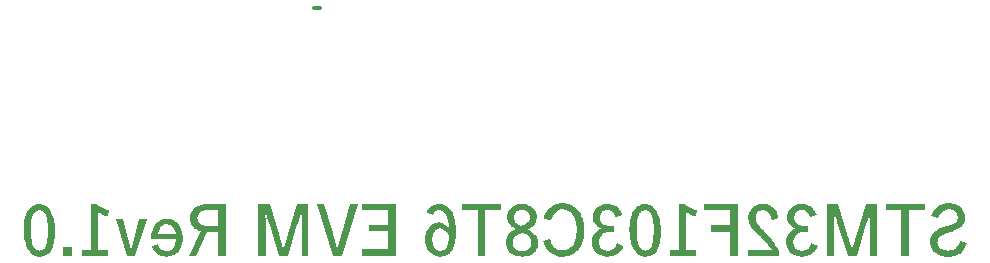
<source format=gbo>
G04*
G04 #@! TF.GenerationSoftware,Altium Limited,Altium Designer,20.2.8 (258)*
G04*
G04 Layer_Color=32896*
%FSLAX25Y25*%
%MOIN*%
G70*
G04*
G04 #@! TF.SameCoordinates,8B033AF5-0F56-4633-A6EA-0BBE3F1FE994*
G04*
G04*
G04 #@! TF.FilePolarity,Positive*
G04*
G01*
G75*
%ADD11C,0.01200*%
G36*
X248943Y86467D02*
X249665Y86051D01*
X250332Y85690D01*
X250970Y85412D01*
X251248Y85273D01*
X251470Y85190D01*
X251693Y85079D01*
X251887Y85023D01*
X252053Y84968D01*
X252165Y84912D01*
X252220Y84884D01*
X252248D01*
X251859Y82857D01*
X251443Y82996D01*
X251081Y83135D01*
X250721Y83301D01*
X250415Y83440D01*
X250110Y83579D01*
X249860Y83718D01*
X249415Y83968D01*
X249054Y84162D01*
X248832Y84357D01*
X248693Y84468D01*
X248638Y84496D01*
Y71749D01*
X251942D01*
Y69777D01*
X243223D01*
Y71749D01*
X246333D01*
Y86939D01*
X248193D01*
X248943Y86467D01*
D02*
G37*
G36*
X52943Y86467D02*
X53665Y86051D01*
X54331Y85690D01*
X54970Y85412D01*
X55247Y85273D01*
X55470Y85190D01*
X55692Y85079D01*
X55886Y85023D01*
X56053Y84968D01*
X56164Y84912D01*
X56219Y84884D01*
X56247D01*
X55858Y82857D01*
X55442Y82996D01*
X55081Y83135D01*
X54720Y83301D01*
X54414Y83440D01*
X54109Y83579D01*
X53859Y83718D01*
X53415Y83968D01*
X53054Y84162D01*
X52832Y84357D01*
X52693Y84468D01*
X52637Y84496D01*
Y71749D01*
X55942D01*
Y69777D01*
X47222D01*
Y71749D01*
X50332D01*
Y86939D01*
X52193D01*
X52943Y86467D01*
D02*
G37*
G36*
X287877Y87023D02*
X288432Y86939D01*
X288932Y86800D01*
X289349Y86662D01*
X289710Y86495D01*
X289960Y86384D01*
X290126Y86273D01*
X290154Y86245D01*
X290182D01*
X290682Y85856D01*
X291126Y85412D01*
X291487Y84940D01*
X291765Y84468D01*
X291987Y84023D01*
X292070Y83829D01*
X292153Y83662D01*
X292209Y83524D01*
X292237Y83412D01*
X292264Y83357D01*
Y83329D01*
X290043Y82663D01*
X289904Y83079D01*
X289737Y83440D01*
X289571Y83746D01*
X289404Y83996D01*
X289265Y84162D01*
X289154Y84301D01*
X289071Y84384D01*
X289043Y84412D01*
X288765Y84634D01*
X288460Y84773D01*
X288182Y84884D01*
X287905Y84968D01*
X287655Y85023D01*
X287460Y85051D01*
X287294D01*
X286905Y85023D01*
X286572Y84968D01*
X286294Y84884D01*
X286044Y84773D01*
X285850Y84662D01*
X285683Y84579D01*
X285600Y84523D01*
X285572Y84496D01*
X285294Y84218D01*
X285100Y83912D01*
X284961Y83607D01*
X284878Y83301D01*
X284794Y83024D01*
X284767Y82774D01*
Y82635D01*
Y82607D01*
Y82579D01*
X284794Y82135D01*
X284878Y81746D01*
X284989Y81413D01*
X285127Y81135D01*
X285266Y80913D01*
X285378Y80747D01*
X285461Y80635D01*
X285489Y80608D01*
X285850Y80330D01*
X286238Y80136D01*
X286683Y79969D01*
X287099Y79886D01*
X287488Y79830D01*
X287793Y79802D01*
X287932Y79775D01*
X289460D01*
Y77720D01*
X287960D01*
X287349Y77692D01*
X286794Y77581D01*
X286322Y77414D01*
X285933Y77220D01*
X285572Y76970D01*
X285294Y76692D01*
X285072Y76414D01*
X284878Y76109D01*
X284739Y75804D01*
X284628Y75526D01*
X284544Y75248D01*
X284489Y74998D01*
X284461Y74804D01*
X284433Y74637D01*
Y74526D01*
Y74498D01*
X284461Y74026D01*
X284544Y73610D01*
X284655Y73249D01*
X284767Y72943D01*
X284905Y72693D01*
X285016Y72499D01*
X285100Y72388D01*
X285127Y72360D01*
X285433Y72054D01*
X285766Y71860D01*
X286127Y71693D01*
X286460Y71583D01*
X286766Y71527D01*
X287016Y71499D01*
X287182Y71471D01*
X287238D01*
X287627Y71499D01*
X287960Y71555D01*
X288265Y71610D01*
X288543Y71693D01*
X288738Y71777D01*
X288877Y71860D01*
X288988Y71888D01*
X289015Y71916D01*
X289293Y72138D01*
X289571Y72443D01*
X289793Y72777D01*
X289987Y73110D01*
X290126Y73415D01*
X290265Y73665D01*
X290293Y73776D01*
X290320Y73860D01*
X290348Y73887D01*
Y73915D01*
X292570Y73110D01*
X292292Y72471D01*
X291959Y71916D01*
X291570Y71416D01*
X291181Y70999D01*
X290737Y70666D01*
X290293Y70361D01*
X289848Y70111D01*
X289404Y69916D01*
X288988Y69777D01*
X288571Y69666D01*
X288210Y69583D01*
X287877Y69528D01*
X287627Y69500D01*
X287405Y69472D01*
X287238D01*
X286849Y69500D01*
X286460Y69528D01*
X285766Y69666D01*
X285155Y69861D01*
X284628Y70083D01*
X284211Y70277D01*
X284045Y70388D01*
X283906Y70472D01*
X283795Y70555D01*
X283711Y70610D01*
X283683Y70666D01*
X283656D01*
X283350Y70944D01*
X283100Y71249D01*
X282878Y71555D01*
X282684Y71888D01*
X282517Y72193D01*
X282406Y72527D01*
X282184Y73138D01*
X282073Y73693D01*
X282045Y73915D01*
X282017Y74137D01*
X281990Y74304D01*
Y74415D01*
Y74498D01*
Y74526D01*
X282017Y75081D01*
X282101Y75581D01*
X282240Y75970D01*
X282378Y76303D01*
X282545Y76581D01*
X282656Y76775D01*
X282767Y76886D01*
X282795Y76914D01*
X282989Y77220D01*
X283211Y77470D01*
X283656Y77914D01*
X284128Y78275D01*
X284544Y78525D01*
X284933Y78719D01*
X285236Y78829D01*
X285044Y78886D01*
X284628Y79108D01*
X284239Y79358D01*
X283933Y79636D01*
X283656Y79886D01*
X283461Y80108D01*
X283350Y80274D01*
X283295Y80302D01*
Y80330D01*
X282989Y80635D01*
X282739Y81024D01*
X282573Y81413D01*
X282462Y81802D01*
X282406Y82163D01*
X282350Y82468D01*
Y82579D01*
Y82663D01*
Y82718D01*
Y82746D01*
Y83079D01*
X282406Y83385D01*
X282545Y83940D01*
X282739Y84440D01*
X282962Y84884D01*
X283184Y85217D01*
X283378Y85467D01*
X283517Y85634D01*
X283545Y85690D01*
X283572D01*
X283850Y85940D01*
X284128Y86134D01*
X284433Y86328D01*
X284739Y86467D01*
X285350Y86717D01*
X285933Y86884D01*
X286460Y86967D01*
X286683Y87023D01*
X286877D01*
X287044Y87050D01*
X287266D01*
X287877Y87023D01*
D02*
G37*
G36*
X223089Y87023D02*
X223645Y86939D01*
X224145Y86800D01*
X224561Y86662D01*
X224922Y86495D01*
X225172Y86384D01*
X225339Y86273D01*
X225366Y86245D01*
X225394D01*
X225894Y85856D01*
X226339Y85412D01*
X226699Y84940D01*
X226977Y84468D01*
X227199Y84023D01*
X227283Y83829D01*
X227366Y83662D01*
X227421Y83524D01*
X227449Y83412D01*
X227477Y83357D01*
Y83329D01*
X225255Y82663D01*
X225117Y83079D01*
X224950Y83440D01*
X224783Y83746D01*
X224617Y83996D01*
X224478Y84162D01*
X224367Y84301D01*
X224284Y84384D01*
X224256Y84412D01*
X223978Y84634D01*
X223673Y84773D01*
X223395Y84884D01*
X223117Y84968D01*
X222867Y85023D01*
X222673Y85051D01*
X222506D01*
X222117Y85023D01*
X221784Y84968D01*
X221507Y84884D01*
X221256Y84773D01*
X221062Y84662D01*
X220896Y84579D01*
X220812Y84523D01*
X220784Y84496D01*
X220507Y84218D01*
X220312Y83912D01*
X220174Y83607D01*
X220090Y83301D01*
X220007Y83024D01*
X219979Y82774D01*
Y82635D01*
Y82607D01*
Y82579D01*
X220007Y82135D01*
X220090Y81746D01*
X220201Y81413D01*
X220340Y81135D01*
X220479Y80913D01*
X220590Y80747D01*
X220673Y80635D01*
X220701Y80608D01*
X221062Y80330D01*
X221451Y80136D01*
X221895Y79969D01*
X222312Y79886D01*
X222701Y79830D01*
X223006Y79802D01*
X223145Y79775D01*
X224672D01*
Y77720D01*
X223173D01*
X222562Y77692D01*
X222006Y77581D01*
X221534Y77414D01*
X221146Y77220D01*
X220784Y76970D01*
X220507Y76692D01*
X220285Y76414D01*
X220090Y76109D01*
X219951Y75804D01*
X219840Y75526D01*
X219757Y75248D01*
X219701Y74998D01*
X219674Y74804D01*
X219646Y74637D01*
Y74526D01*
Y74498D01*
X219674Y74026D01*
X219757Y73610D01*
X219868Y73249D01*
X219979Y72943D01*
X220118Y72693D01*
X220229Y72499D01*
X220312Y72388D01*
X220340Y72360D01*
X220646Y72054D01*
X220979Y71860D01*
X221340Y71693D01*
X221673Y71582D01*
X221979Y71527D01*
X222229Y71499D01*
X222395Y71471D01*
X222451D01*
X222839Y71499D01*
X223173Y71555D01*
X223478Y71610D01*
X223756Y71693D01*
X223950Y71777D01*
X224089Y71860D01*
X224200Y71888D01*
X224228Y71916D01*
X224506Y72138D01*
X224783Y72443D01*
X225006Y72777D01*
X225200Y73110D01*
X225339Y73415D01*
X225478Y73665D01*
X225505Y73776D01*
X225533Y73860D01*
X225561Y73887D01*
Y73915D01*
X227783Y73110D01*
X227505Y72471D01*
X227171Y71916D01*
X226783Y71416D01*
X226394Y70999D01*
X225950Y70666D01*
X225505Y70361D01*
X225061Y70111D01*
X224617Y69916D01*
X224200Y69777D01*
X223784Y69666D01*
X223423Y69583D01*
X223089Y69528D01*
X222839Y69500D01*
X222617Y69472D01*
X222451D01*
X222062Y69500D01*
X221673Y69528D01*
X220979Y69666D01*
X220368Y69861D01*
X219840Y70083D01*
X219424Y70277D01*
X219257Y70388D01*
X219118Y70472D01*
X219007Y70555D01*
X218924Y70610D01*
X218896Y70666D01*
X218868D01*
X218563Y70944D01*
X218313Y71249D01*
X218091Y71555D01*
X217896Y71888D01*
X217730Y72193D01*
X217619Y72527D01*
X217396Y73138D01*
X217285Y73693D01*
X217258Y73915D01*
X217230Y74137D01*
X217202Y74304D01*
Y74415D01*
Y74498D01*
Y74526D01*
X217230Y75081D01*
X217313Y75581D01*
X217452Y75970D01*
X217591Y76303D01*
X217758Y76581D01*
X217869Y76775D01*
X217980Y76886D01*
X218007Y76914D01*
X218202Y77220D01*
X218424Y77470D01*
X218868Y77914D01*
X219340Y78275D01*
X219757Y78525D01*
X220146Y78719D01*
X220449Y78829D01*
X220257Y78886D01*
X219840Y79108D01*
X219451Y79358D01*
X219146Y79636D01*
X218868Y79886D01*
X218674Y80108D01*
X218563Y80274D01*
X218507Y80302D01*
Y80330D01*
X218202Y80635D01*
X217952Y81024D01*
X217785Y81413D01*
X217674Y81802D01*
X217619Y82163D01*
X217563Y82468D01*
Y82579D01*
Y82663D01*
Y82718D01*
Y82746D01*
Y83079D01*
X217619Y83385D01*
X217758Y83940D01*
X217952Y84440D01*
X218174Y84884D01*
X218396Y85217D01*
X218591Y85467D01*
X218729Y85634D01*
X218757Y85690D01*
X218785D01*
X219063Y85940D01*
X219340Y86134D01*
X219646Y86328D01*
X219951Y86467D01*
X220562Y86717D01*
X221146Y86884D01*
X221673Y86967D01*
X221895Y87023D01*
X222090D01*
X222256Y87050D01*
X222478D01*
X223089Y87023D01*
D02*
G37*
G36*
X275019Y86995D02*
X275658Y86884D01*
X276213Y86717D01*
X276658Y86523D01*
X277046Y86328D01*
X277324Y86162D01*
X277435Y86106D01*
X277519Y86051D01*
X277546Y85995D01*
X277574D01*
X277852Y85745D01*
X278102Y85495D01*
X278546Y84884D01*
X278879Y84273D01*
X279129Y83662D01*
X279324Y83079D01*
X279379Y82857D01*
X279435Y82635D01*
X279463Y82468D01*
X279490Y82329D01*
X279518Y82246D01*
Y82218D01*
X277213Y81746D01*
X277102Y82329D01*
X276963Y82829D01*
X276797Y83274D01*
X276574Y83635D01*
X276352Y83968D01*
X276102Y84218D01*
X275852Y84440D01*
X275602Y84607D01*
X275380Y84745D01*
X275130Y84856D01*
X274936Y84912D01*
X274742Y84968D01*
X274575Y84995D01*
X274464Y85023D01*
X274353D01*
X273964Y84995D01*
X273603Y84912D01*
X273270Y84801D01*
X272964Y84690D01*
X272687Y84579D01*
X272492Y84468D01*
X272381Y84384D01*
X272326Y84357D01*
X272187Y84107D01*
X272076Y83801D01*
X271992Y83496D01*
X271937Y83190D01*
X271909Y82913D01*
X271881Y82691D01*
Y82552D01*
Y82524D01*
Y82496D01*
X271909Y82135D01*
X271937Y81802D01*
X272020Y81496D01*
X272103Y81219D01*
X272187Y80997D01*
X272242Y80830D01*
X272298Y80719D01*
X272326Y80691D01*
X272437Y80497D01*
X272575Y80302D01*
X272937Y79858D01*
X273325Y79414D01*
X273714Y78997D01*
X274075Y78608D01*
X274380Y78303D01*
X274519Y78192D01*
X274603Y78108D01*
X274658Y78053D01*
X274686Y78025D01*
X275325Y77414D01*
X275908Y76803D01*
X276463Y76192D01*
X276963Y75609D01*
X277408Y75054D01*
X277824Y74498D01*
X278185Y73998D01*
X278490Y73499D01*
X278796Y73054D01*
X279018Y72666D01*
X279212Y72304D01*
X279379Y71999D01*
X279490Y71777D01*
X279601Y71583D01*
X279629Y71471D01*
X279657Y71444D01*
Y69777D01*
X269438D01*
Y71805D01*
X277296D01*
X277074Y72193D01*
X276797Y72610D01*
X276491Y73027D01*
X276158Y73443D01*
X275464Y74276D01*
X274742Y75026D01*
X274380Y75387D01*
X274075Y75720D01*
X273770Y75998D01*
X273520Y76248D01*
X273298Y76442D01*
X273131Y76581D01*
X273020Y76692D01*
X272992Y76720D01*
X272326Y77331D01*
X271770Y77886D01*
X271298Y78358D01*
X270909Y78803D01*
X270632Y79136D01*
X270437Y79386D01*
X270298Y79552D01*
X270271Y79608D01*
X269993Y80108D01*
X269798Y80608D01*
X269632Y81108D01*
X269549Y81552D01*
X269493Y81941D01*
X269438Y82218D01*
Y82329D01*
Y82413D01*
Y82468D01*
Y82496D01*
Y82857D01*
X269493Y83190D01*
X269632Y83801D01*
X269826Y84357D01*
X270048Y84801D01*
X270271Y85162D01*
X270465Y85440D01*
X270604Y85606D01*
X270632Y85662D01*
X270659D01*
X270909Y85912D01*
X271187Y86134D01*
X271493Y86301D01*
X271798Y86467D01*
X272409Y86717D01*
X272992Y86884D01*
X273547Y86967D01*
X273770Y87023D01*
X273964D01*
X274131Y87050D01*
X274353D01*
X275019Y86995D01*
D02*
G37*
G36*
X166716Y87023D02*
X167161Y86967D01*
X167577Y86856D01*
X167966Y86745D01*
X168327Y86578D01*
X168660Y86412D01*
X168966Y86217D01*
X169243Y86051D01*
X169493Y85856D01*
X169688Y85662D01*
X169882Y85495D01*
X170021Y85329D01*
X170132Y85217D01*
X170243Y85106D01*
X170271Y85051D01*
X170299Y85023D01*
X170604Y84551D01*
X170854Y84023D01*
X171104Y83440D01*
X171298Y82829D01*
X171465Y82218D01*
X171604Y81580D01*
X171715Y80969D01*
X171798Y80358D01*
X171881Y79775D01*
X171937Y79247D01*
X171965Y78775D01*
X171993Y78331D01*
X172020Y77997D01*
Y77720D01*
Y77553D01*
Y77525D01*
Y77498D01*
X171993Y76831D01*
X171965Y76192D01*
X171909Y75581D01*
X171826Y75026D01*
X171715Y74526D01*
X171604Y74054D01*
X171493Y73610D01*
X171382Y73221D01*
X171271Y72888D01*
X171160Y72582D01*
X171048Y72304D01*
X170937Y72110D01*
X170854Y71943D01*
X170799Y71832D01*
X170743Y71749D01*
Y71721D01*
X170465Y71333D01*
X170160Y70972D01*
X169854Y70666D01*
X169521Y70416D01*
X169188Y70194D01*
X168854Y70027D01*
X168521Y69861D01*
X168216Y69750D01*
X167633Y69583D01*
X167383Y69555D01*
X167161Y69500D01*
X166966D01*
X166827Y69472D01*
X166716D01*
X166328Y69500D01*
X165966Y69555D01*
X165605Y69639D01*
X165300Y69722D01*
X164689Y69999D01*
X164189Y70305D01*
X163773Y70610D01*
X163606Y70749D01*
X163467Y70888D01*
X163356Y70972D01*
X163273Y71055D01*
X163245Y71110D01*
X163217Y71138D01*
X162940Y71416D01*
X162717Y71721D01*
X162495Y72054D01*
X162329Y72388D01*
X162051Y73082D01*
X161884Y73776D01*
X161829Y74110D01*
X161773Y74415D01*
X161745Y74693D01*
X161718Y74915D01*
X161690Y75109D01*
Y75276D01*
Y75359D01*
Y75387D01*
X161718Y75804D01*
X161745Y76220D01*
X161912Y76970D01*
X162134Y77636D01*
X162384Y78192D01*
X162523Y78442D01*
X162662Y78664D01*
X162773Y78830D01*
X162884Y78997D01*
X162967Y79108D01*
X163051Y79191D01*
X163078Y79247D01*
X163106Y79275D01*
X163301Y79552D01*
X163523Y79802D01*
X163745Y80024D01*
X163995Y80219D01*
X164245Y80358D01*
X164495Y80497D01*
X165022Y80691D01*
X165467Y80802D01*
X165689Y80830D01*
X165855Y80858D01*
X166022Y80885D01*
X166216D01*
X166661Y80858D01*
X167077Y80774D01*
X167466Y80663D01*
X167799Y80524D01*
X168132Y80358D01*
X168410Y80136D01*
X168660Y79941D01*
X168882Y79719D01*
X169077Y79497D01*
X169271Y79303D01*
X169521Y78914D01*
X169604Y78775D01*
X169660Y78664D01*
X169714Y78583D01*
X169688Y79136D01*
X169660Y79691D01*
X169604Y80219D01*
X169549Y80719D01*
X169465Y81163D01*
X169354Y81580D01*
X169243Y81968D01*
X169132Y82329D01*
X169021Y82663D01*
X168882Y82968D01*
X168577Y83496D01*
X168271Y83912D01*
X167966Y84273D01*
X167660Y84523D01*
X167355Y84745D01*
X167077Y84884D01*
X166827Y84968D01*
X166605Y85023D01*
X166439Y85079D01*
X166300D01*
X166050Y85051D01*
X165800Y84995D01*
X165578Y84940D01*
X165356Y84829D01*
X165022Y84551D01*
X164717Y84273D01*
X164522Y83968D01*
X164356Y83690D01*
X164300Y83579D01*
X164272Y83523D01*
X164245Y83468D01*
Y83440D01*
X162051Y84357D01*
X162301Y84829D01*
X162578Y85245D01*
X162884Y85606D01*
X163217Y85912D01*
X163550Y86190D01*
X163911Y86384D01*
X164272Y86578D01*
X164606Y86717D01*
X164939Y86828D01*
X165244Y86911D01*
X165522Y86967D01*
X165772Y87023D01*
X165966D01*
X166105Y87050D01*
X166244D01*
X166716Y87023D01*
D02*
G37*
G36*
X312342Y69777D02*
X310093D01*
Y79636D01*
X310148Y84190D01*
Y84440D01*
Y84634D01*
Y84801D01*
Y84884D01*
Y84940D01*
Y84968D01*
Y84995D01*
X310121Y84912D01*
X310093Y84773D01*
X310010Y84468D01*
X309898Y84079D01*
X309787Y83690D01*
X309676Y83301D01*
X309593Y82996D01*
X309565Y82857D01*
X309537Y82774D01*
X309510Y82718D01*
Y82691D01*
X309343Y82107D01*
X309176Y81607D01*
X309037Y81191D01*
X308926Y80830D01*
X308815Y80552D01*
X308732Y80358D01*
X308704Y80219D01*
X308677Y80191D01*
X305539Y69777D01*
X302623D01*
X299401Y79941D01*
X299151Y80719D01*
X298929Y81552D01*
X298679Y82413D01*
X298457Y83218D01*
X298346Y83579D01*
X298263Y83912D01*
X298179Y84218D01*
X298096Y84496D01*
X298041Y84690D01*
X297987Y84852D01*
X298041Y79886D01*
Y69777D01*
X295680D01*
Y87050D01*
X299374D01*
X302484Y76914D01*
X302734Y76109D01*
X302956Y75415D01*
X303150Y74776D01*
X303317Y74248D01*
X303456Y73776D01*
X303567Y73360D01*
X303678Y73027D01*
X303761Y72749D01*
X303844Y72527D01*
X303900Y72360D01*
X303928Y72221D01*
X303956Y72138D01*
X303983Y72054D01*
X304011Y72027D01*
Y71999D01*
X304039D01*
X304122Y72304D01*
X304233Y72666D01*
X304344Y73027D01*
X304455Y73387D01*
X304567Y73721D01*
X304650Y73998D01*
X304678Y74110D01*
X304705Y74193D01*
X304733Y74221D01*
Y74248D01*
X304844Y74609D01*
X304928Y74943D01*
X305094Y75498D01*
X305233Y75970D01*
X305344Y76359D01*
X305427Y76637D01*
X305483Y76831D01*
X305539Y76942D01*
Y76970D01*
X308593Y87050D01*
X312342D01*
Y69777D01*
D02*
G37*
G36*
X133892Y69777D02*
X131032D01*
X125533Y87050D01*
X127922D01*
X130921Y77220D01*
X131032Y76831D01*
X131171Y76414D01*
X131282Y75998D01*
X131393Y75581D01*
X131504Y75220D01*
X131559Y74915D01*
X131615Y74831D01*
Y74748D01*
X131643Y74693D01*
Y74665D01*
X131754Y74276D01*
X131837Y73915D01*
X131921Y73582D01*
X132004Y73304D01*
X132059Y73054D01*
X132115Y72860D01*
X132170Y72666D01*
X132226Y72499D01*
X132281Y72249D01*
X132337Y72110D01*
X132365Y72027D01*
Y71999D01*
X132448Y72304D01*
X132559Y72666D01*
X132670Y73054D01*
X132781Y73443D01*
X132865Y73804D01*
X132948Y74082D01*
X132976Y74193D01*
X133003Y74276D01*
X133031Y74332D01*
Y74359D01*
X133226Y75054D01*
X133392Y75637D01*
X133503Y76137D01*
X133642Y76553D01*
X133726Y76859D01*
X133781Y77081D01*
X133837Y77220D01*
Y77275D01*
X136780Y87050D01*
X139335D01*
X133892Y69777D01*
D02*
G37*
G36*
X122812D02*
X120563D01*
Y79636D01*
X120618Y84190D01*
Y84440D01*
Y84634D01*
Y84801D01*
Y84884D01*
Y84940D01*
Y84968D01*
Y84995D01*
X120590Y84912D01*
X120563Y84773D01*
X120479Y84468D01*
X120368Y84079D01*
X120257Y83690D01*
X120146Y83301D01*
X120063Y82996D01*
X120035Y82857D01*
X120007Y82774D01*
X119979Y82718D01*
Y82690D01*
X119813Y82107D01*
X119646Y81607D01*
X119507Y81191D01*
X119396Y80830D01*
X119285Y80552D01*
X119202Y80358D01*
X119174Y80219D01*
X119146Y80191D01*
X116008Y69777D01*
X113092D01*
X109871Y79941D01*
X109621Y80719D01*
X109399Y81552D01*
X109149Y82413D01*
X108927Y83218D01*
X108816Y83579D01*
X108732Y83912D01*
X108649Y84218D01*
X108566Y84496D01*
X108510Y84690D01*
X108456Y84852D01*
X108510Y79886D01*
Y69777D01*
X106150D01*
Y87050D01*
X109843D01*
X112953Y76914D01*
X113204Y76109D01*
X113426Y75415D01*
X113620Y74776D01*
X113787Y74248D01*
X113926Y73776D01*
X114037Y73360D01*
X114148Y73027D01*
X114231Y72749D01*
X114314Y72527D01*
X114370Y72360D01*
X114398Y72221D01*
X114425Y72138D01*
X114453Y72054D01*
X114481Y72027D01*
Y71999D01*
X114509D01*
X114592Y72304D01*
X114703Y72666D01*
X114814Y73027D01*
X114925Y73387D01*
X115036Y73721D01*
X115120Y73998D01*
X115147Y74110D01*
X115175Y74193D01*
X115203Y74221D01*
Y74248D01*
X115314Y74609D01*
X115397Y74943D01*
X115564Y75498D01*
X115703Y75970D01*
X115814Y76359D01*
X115897Y76637D01*
X115953Y76831D01*
X116008Y76942D01*
Y76970D01*
X119063Y87050D01*
X122812D01*
Y69777D01*
D02*
G37*
G36*
X65078Y69777D02*
X62412D01*
X58608Y81885D01*
X60885D01*
X62690Y75470D01*
X62773Y75165D01*
X62857Y74859D01*
X62940Y74554D01*
X63023Y74248D01*
X63106Y73971D01*
X63162Y73776D01*
X63190Y73637D01*
X63218Y73582D01*
X63328Y73137D01*
X63412Y72749D01*
X63495Y72443D01*
X63578Y72166D01*
X63634Y71971D01*
X63690Y71832D01*
X63705Y71785D01*
X63828Y72277D01*
X63967Y72777D01*
X64078Y73221D01*
X64189Y73610D01*
X64273Y73943D01*
X64328Y74248D01*
X64412Y74471D01*
X64467Y74693D01*
X64523Y74859D01*
X64550Y74998D01*
X64578Y75109D01*
X64606Y75192D01*
X64634Y75276D01*
Y75304D01*
X66467Y81885D01*
X68883D01*
X65078Y69777D01*
D02*
G37*
G36*
X208094Y87328D02*
X208593Y87273D01*
X209093Y87161D01*
X209565Y87023D01*
X210010Y86884D01*
X210399Y86689D01*
X210787Y86523D01*
X211121Y86328D01*
X211426Y86134D01*
X211704Y85940D01*
X211926Y85745D01*
X212120Y85606D01*
X212287Y85467D01*
X212398Y85356D01*
X212454Y85301D01*
X212481Y85273D01*
X212898Y84801D01*
X213231Y84273D01*
X213537Y83718D01*
X213814Y83162D01*
X214036Y82579D01*
X214231Y81996D01*
X214370Y81441D01*
X214508Y80885D01*
X214592Y80386D01*
X214675Y79886D01*
X214703Y79469D01*
X214758Y79080D01*
Y78775D01*
X214786Y78553D01*
Y78414D01*
Y78358D01*
X214758Y77664D01*
X214703Y76970D01*
X214619Y76359D01*
X214508Y75748D01*
X214370Y75193D01*
X214203Y74693D01*
X214064Y74221D01*
X213870Y73776D01*
X213703Y73415D01*
X213564Y73082D01*
X213398Y72777D01*
X213259Y72554D01*
X213148Y72360D01*
X213064Y72221D01*
X213009Y72138D01*
X212981Y72110D01*
X212592Y71638D01*
X212176Y71221D01*
X211731Y70888D01*
X211287Y70583D01*
X210843Y70305D01*
X210371Y70083D01*
X209926Y69916D01*
X209510Y69777D01*
X209093Y69666D01*
X208732Y69583D01*
X208399Y69528D01*
X208094Y69500D01*
X207871Y69472D01*
X207677Y69444D01*
X207538D01*
X207066Y69472D01*
X206649Y69500D01*
X205816Y69666D01*
X205067Y69916D01*
X204400Y70249D01*
X203817Y70638D01*
X203289Y71055D01*
X202817Y71527D01*
X202429Y71999D01*
X202095Y72471D01*
X201817Y72943D01*
X201568Y73360D01*
X201401Y73748D01*
X201262Y74082D01*
X201179Y74332D01*
X201123Y74498D01*
X201096Y74554D01*
X203400Y75304D01*
X203595Y74637D01*
X203817Y74054D01*
X204095Y73554D01*
X204400Y73110D01*
X204733Y72749D01*
X205067Y72443D01*
X205428Y72193D01*
X205789Y71999D01*
X206122Y71832D01*
X206427Y71721D01*
X206733Y71638D01*
X206983Y71582D01*
X207205Y71555D01*
X207371Y71527D01*
X207510D01*
X207871Y71555D01*
X208205Y71582D01*
X208816Y71749D01*
X209371Y71999D01*
X209815Y72277D01*
X210204Y72554D01*
X210482Y72804D01*
X210565Y72888D01*
X210648Y72971D01*
X210676Y72999D01*
X210704Y73027D01*
X210982Y73387D01*
X211204Y73776D01*
X211398Y74193D01*
X211593Y74637D01*
X211870Y75526D01*
X212037Y76387D01*
X212092Y76803D01*
X212148Y77164D01*
X212176Y77525D01*
X212204Y77803D01*
X212231Y78053D01*
Y78219D01*
Y78358D01*
Y78386D01*
X212204Y78942D01*
X212176Y79497D01*
X212120Y79997D01*
X212037Y80469D01*
X211954Y80913D01*
X211842Y81302D01*
X211731Y81691D01*
X211620Y82024D01*
X211509Y82302D01*
X211426Y82579D01*
X211315Y82802D01*
X211232Y82968D01*
X211148Y83107D01*
X211093Y83218D01*
X211037Y83274D01*
Y83301D01*
X210787Y83662D01*
X210509Y83940D01*
X210232Y84218D01*
X209954Y84440D01*
X209649Y84634D01*
X209371Y84801D01*
X209066Y84912D01*
X208788Y85023D01*
X208288Y85162D01*
X208066Y85217D01*
X207871Y85245D01*
X207733Y85273D01*
X207510D01*
X206955Y85245D01*
X206455Y85106D01*
X206011Y84940D01*
X205622Y84690D01*
X205261Y84412D01*
X204928Y84107D01*
X204650Y83773D01*
X204400Y83412D01*
X204206Y83079D01*
X204039Y82718D01*
X203900Y82413D01*
X203789Y82135D01*
X203706Y81885D01*
X203650Y81718D01*
X203595Y81607D01*
Y81552D01*
X201207Y82135D01*
X201456Y82968D01*
X201762Y83718D01*
X202095Y84357D01*
X202262Y84634D01*
X202401Y84884D01*
X202567Y85106D01*
X202706Y85301D01*
X202845Y85467D01*
X202984Y85579D01*
X203067Y85690D01*
X203151Y85773D01*
X203178Y85801D01*
X203206Y85829D01*
X203539Y86106D01*
X203872Y86328D01*
X204234Y86550D01*
X204594Y86717D01*
X205344Y86995D01*
X206011Y87161D01*
X206344Y87217D01*
X206622Y87273D01*
X206872Y87300D01*
X207094Y87328D01*
X207288Y87356D01*
X207538D01*
X208094Y87328D01*
D02*
G37*
G36*
X76019Y82135D02*
X76408Y82107D01*
X77103Y81913D01*
X77713Y81663D01*
X78241Y81385D01*
X78658Y81107D01*
X78824Y80969D01*
X78963Y80858D01*
X79102Y80747D01*
X79185Y80663D01*
X79213Y80635D01*
X79241Y80608D01*
X79546Y80247D01*
X79796Y79886D01*
X80018Y79497D01*
X80213Y79080D01*
X80352Y78692D01*
X80490Y78275D01*
X80685Y77525D01*
X80768Y77164D01*
X80824Y76831D01*
X80851Y76525D01*
X80879Y76275D01*
X80907Y76081D01*
Y75915D01*
Y75804D01*
Y75776D01*
X80879Y75276D01*
X80851Y74804D01*
X80713Y73943D01*
X80602Y73554D01*
X80490Y73193D01*
X80379Y72860D01*
X80240Y72582D01*
X80129Y72304D01*
X80018Y72054D01*
X79907Y71860D01*
X79796Y71693D01*
X79713Y71555D01*
X79657Y71471D01*
X79602Y71416D01*
Y71388D01*
X79324Y71055D01*
X78991Y70777D01*
X78685Y70527D01*
X78324Y70305D01*
X77991Y70111D01*
X77658Y69972D01*
X76991Y69750D01*
X76658Y69666D01*
X76380Y69611D01*
X76130Y69555D01*
X75908Y69527D01*
X75714Y69500D01*
X75464D01*
X74798Y69527D01*
X74187Y69666D01*
X73631Y69833D01*
X73131Y70055D01*
X72659Y70333D01*
X72271Y70638D01*
X71909Y70944D01*
X71604Y71277D01*
X71326Y71610D01*
X71104Y71943D01*
X70910Y72221D01*
X70771Y72499D01*
X70660Y72721D01*
X70577Y72915D01*
X70521Y73027D01*
Y73054D01*
X72632Y73721D01*
X72770Y73304D01*
X72965Y72943D01*
X73159Y72610D01*
X73353Y72332D01*
X73603Y72110D01*
X73826Y71916D01*
X74076Y71749D01*
X74298Y71638D01*
X74548Y71527D01*
X74742Y71471D01*
X74936Y71416D01*
X75131Y71360D01*
X75270D01*
X75381Y71333D01*
X75464D01*
X75936Y71360D01*
X76353Y71471D01*
X76741Y71610D01*
X77047Y71805D01*
X77297Y71971D01*
X77491Y72110D01*
X77602Y72221D01*
X77630Y72249D01*
X77963Y72693D01*
X78213Y73193D01*
X78380Y73721D01*
X78491Y74221D01*
X78574Y74637D01*
X78602Y74831D01*
Y74998D01*
X78630Y75137D01*
Y75248D01*
Y75304D01*
Y75331D01*
X70438D01*
Y75942D01*
Y76414D01*
X70493Y76886D01*
X70632Y77720D01*
X70743Y78108D01*
X70854Y78469D01*
X70965Y78803D01*
X71076Y79108D01*
X71215Y79358D01*
X71326Y79608D01*
X71437Y79802D01*
X71548Y79969D01*
X71632Y80108D01*
X71687Y80191D01*
X71715Y80247D01*
X71743Y80274D01*
X72021Y80608D01*
X72326Y80885D01*
X72632Y81163D01*
X72937Y81358D01*
X73270Y81552D01*
X73603Y81691D01*
X74214Y81941D01*
X74770Y82052D01*
X75020Y82107D01*
X75214Y82135D01*
X75381Y82163D01*
X75631D01*
X76019Y82135D01*
D02*
G37*
G36*
X328171Y84912D02*
X322950D01*
Y69777D01*
X320479D01*
Y84912D01*
X315175D01*
Y87050D01*
X328171D01*
Y84912D01*
D02*
G37*
G36*
X265883Y69777D02*
X263439D01*
Y77803D01*
X256941D01*
Y79914D01*
X263439D01*
Y84940D01*
X254831Y84940D01*
Y87050D01*
X265883Y87050D01*
Y69777D01*
D02*
G37*
G36*
X186961Y84912D02*
X181740D01*
Y69777D01*
X179268D01*
Y84912D01*
X173964D01*
Y87050D01*
X186961D01*
Y84912D01*
D02*
G37*
G36*
X151859Y69777D02*
X140640Y69777D01*
Y71888D01*
X149416Y71888D01*
Y77886D01*
X142890D01*
Y79997D01*
X149416D01*
Y84940D01*
X140779Y84940D01*
Y87050D01*
X151859Y87050D01*
Y69777D01*
D02*
G37*
G36*
X95236Y69777D02*
X92820D01*
Y77636D01*
X89155D01*
X85461Y69777D01*
X82851Y69777D01*
X86878Y78025D01*
X86350Y78164D01*
X85850Y78358D01*
X85434Y78608D01*
X85072Y78830D01*
X84795Y79053D01*
X84573Y79247D01*
X84461Y79358D01*
X84406Y79414D01*
X84045Y79886D01*
X83767Y80386D01*
X83573Y80913D01*
X83462Y81385D01*
X83378Y81774D01*
X83351Y81968D01*
Y82107D01*
X83323Y82246D01*
Y82329D01*
Y82385D01*
Y82413D01*
X83351Y82829D01*
X83378Y83218D01*
X83462Y83607D01*
X83573Y83940D01*
X83878Y84551D01*
X84267Y85106D01*
X84711Y85551D01*
X85239Y85912D01*
X85767Y86217D01*
X86322Y86467D01*
X86905Y86661D01*
X87433Y86800D01*
X87960Y86911D01*
X88405Y86967D01*
X88794Y87023D01*
X89099Y87050D01*
X95236D01*
Y69777D01*
D02*
G37*
G36*
X43945Y69750D02*
X40974D01*
Y72693D01*
X43945D01*
Y69750D01*
D02*
G37*
G36*
X235530Y87023D02*
X235975Y86939D01*
X236419Y86828D01*
X236808Y86662D01*
X237169Y86467D01*
X237502Y86245D01*
X237807Y85967D01*
X238113Y85690D01*
X238613Y85023D01*
X239057Y84273D01*
X239390Y83496D01*
X239668Y82690D01*
X239890Y81857D01*
X240057Y81080D01*
X240168Y80330D01*
X240251Y79663D01*
X240279Y79386D01*
X240307Y79108D01*
Y78886D01*
X240335Y78692D01*
Y78525D01*
Y78414D01*
Y78331D01*
Y78303D01*
X240307Y77525D01*
X240279Y76803D01*
X240224Y76137D01*
X240140Y75526D01*
X240057Y74943D01*
X239973Y74415D01*
X239862Y73943D01*
X239751Y73526D01*
X239640Y73138D01*
X239529Y72804D01*
X239446Y72527D01*
X239363Y72304D01*
X239279Y72110D01*
X239224Y71999D01*
X239168Y71916D01*
Y71888D01*
X238918Y71471D01*
X238613Y71083D01*
X238307Y70777D01*
X238002Y70499D01*
X237641Y70249D01*
X237308Y70055D01*
X236974Y69916D01*
X236641Y69777D01*
X236336Y69666D01*
X236030Y69611D01*
X235780Y69555D01*
X235530Y69500D01*
X235364D01*
X235197Y69472D01*
X235086D01*
X234614Y69500D01*
X234170Y69583D01*
X233725Y69694D01*
X233336Y69861D01*
X232976Y70055D01*
X232642Y70277D01*
X232337Y70555D01*
X232031Y70860D01*
X231531Y71527D01*
X231087Y72277D01*
X230754Y73082D01*
X230476Y73915D01*
X230254Y74721D01*
X230087Y75526D01*
X229976Y76276D01*
X229893Y76942D01*
X229865Y77248D01*
X229837Y77525D01*
Y77747D01*
X229810Y77942D01*
Y78108D01*
Y78219D01*
Y78303D01*
Y78331D01*
Y79080D01*
X229865Y79802D01*
X229921Y80469D01*
X230004Y81080D01*
X230087Y81663D01*
X230171Y82191D01*
X230282Y82635D01*
X230393Y83079D01*
X230504Y83440D01*
X230615Y83773D01*
X230698Y84051D01*
X230782Y84273D01*
X230865Y84440D01*
X230921Y84551D01*
X230948Y84634D01*
X230976Y84662D01*
X231226Y85079D01*
X231504Y85440D01*
X231837Y85773D01*
X232142Y86051D01*
X232476Y86273D01*
X232837Y86467D01*
X233170Y86634D01*
X233503Y86745D01*
X233809Y86856D01*
X234114Y86911D01*
X234364Y86967D01*
X234586Y87023D01*
X234781D01*
X234947Y87050D01*
X235058D01*
X235530Y87023D01*
D02*
G37*
G36*
X194764Y86995D02*
X195403Y86884D01*
X195986Y86689D01*
X196458Y86495D01*
X196874Y86300D01*
X197152Y86106D01*
X197263Y86051D01*
X197347Y85995D01*
X197374Y85940D01*
X197402D01*
X197680Y85690D01*
X197902Y85440D01*
X198096Y85190D01*
X198291Y84912D01*
X198568Y84357D01*
X198735Y83857D01*
X198846Y83385D01*
X198874Y83190D01*
X198902Y83024D01*
X198930Y82885D01*
Y82774D01*
Y82718D01*
Y82690D01*
X198902Y82191D01*
X198818Y81746D01*
X198679Y81330D01*
X198541Y80969D01*
X198430Y80663D01*
X198291Y80441D01*
X198207Y80302D01*
X198180Y80247D01*
X197902Y79858D01*
X197541Y79525D01*
X197180Y79219D01*
X196791Y78969D01*
X196430Y78775D01*
X196152Y78636D01*
X196041Y78580D01*
X195958Y78525D01*
X195903Y78497D01*
X195875D01*
X196458Y78247D01*
X196930Y77969D01*
X197291Y77720D01*
X197597Y77498D01*
X197819Y77303D01*
X197958Y77136D01*
X198041Y77025D01*
X198069Y76998D01*
X198291Y76775D01*
X198513Y76525D01*
X198846Y76053D01*
X199068Y75554D01*
X199235Y75137D01*
X199318Y74748D01*
X199374Y74443D01*
X199401Y74332D01*
Y74248D01*
Y74193D01*
Y74165D01*
X199374Y73804D01*
X199346Y73443D01*
X199207Y72777D01*
X198985Y72221D01*
X198735Y71749D01*
X198513Y71360D01*
X198291Y71083D01*
X198207Y70999D01*
X198152Y70916D01*
X198096Y70888D01*
Y70860D01*
X197819Y70610D01*
X197485Y70416D01*
X197180Y70222D01*
X196847Y70055D01*
X196152Y69805D01*
X195514Y69639D01*
X195208Y69583D01*
X194931Y69555D01*
X194681Y69528D01*
X194458Y69500D01*
X194292Y69472D01*
X194042D01*
X193237Y69528D01*
X192487Y69639D01*
X191876Y69805D01*
X191321Y70027D01*
X191098Y70111D01*
X190904Y70222D01*
X190737Y70305D01*
X190571Y70388D01*
X190460Y70444D01*
X190376Y70499D01*
X190348Y70555D01*
X190321D01*
X190015Y70805D01*
X189765Y71083D01*
X189543Y71388D01*
X189349Y71693D01*
X189182Y71999D01*
X189043Y72304D01*
X188849Y72888D01*
X188710Y73415D01*
X188682Y73637D01*
X188655Y73832D01*
X188627Y73998D01*
Y74110D01*
Y74193D01*
Y74221D01*
X188655Y74776D01*
X188738Y75276D01*
X188849Y75720D01*
X188960Y76109D01*
X189099Y76414D01*
X189210Y76637D01*
X189293Y76775D01*
X189321Y76831D01*
X189682Y77275D01*
X190126Y77664D01*
X190598Y77997D01*
X191071Y78275D01*
X191487Y78497D01*
X191682Y78580D01*
X191820Y78664D01*
X191959Y78719D01*
X192070Y78775D01*
X192126Y78803D01*
X192154D01*
X191626Y79025D01*
X191182Y79247D01*
X190793Y79497D01*
X190487Y79719D01*
X190237Y79913D01*
X190043Y80080D01*
X189932Y80191D01*
X189904Y80219D01*
X189599Y80635D01*
X189377Y81052D01*
X189238Y81469D01*
X189127Y81885D01*
X189071Y82246D01*
X189016Y82524D01*
Y82635D01*
Y82718D01*
Y82746D01*
Y82774D01*
Y83079D01*
X189071Y83385D01*
X189210Y83968D01*
X189404Y84468D01*
X189627Y84884D01*
X189876Y85217D01*
X190071Y85467D01*
X190210Y85634D01*
X190237Y85690D01*
X190265D01*
X190543Y85940D01*
X190821Y86134D01*
X191126Y86328D01*
X191459Y86467D01*
X192070Y86717D01*
X192681Y86884D01*
X193209Y86967D01*
X193459Y87023D01*
X193653D01*
X193820Y87050D01*
X194042D01*
X194764Y86995D01*
D02*
G37*
G36*
X33587Y87023D02*
X34031Y86939D01*
X34475Y86828D01*
X34864Y86661D01*
X35225Y86467D01*
X35559Y86245D01*
X35864Y85967D01*
X36169Y85690D01*
X36669Y85023D01*
X37114Y84273D01*
X37447Y83496D01*
X37725Y82690D01*
X37947Y81857D01*
X38113Y81080D01*
X38225Y80330D01*
X38308Y79663D01*
X38336Y79386D01*
X38363Y79108D01*
Y78886D01*
X38391Y78692D01*
Y78525D01*
Y78414D01*
Y78330D01*
Y78303D01*
X38363Y77525D01*
X38336Y76803D01*
X38280Y76137D01*
X38197Y75526D01*
X38113Y74943D01*
X38030Y74415D01*
X37919Y73943D01*
X37808Y73526D01*
X37697Y73137D01*
X37586Y72804D01*
X37502Y72527D01*
X37419Y72304D01*
X37336Y72110D01*
X37280Y71999D01*
X37225Y71916D01*
Y71888D01*
X36975Y71471D01*
X36669Y71083D01*
X36364Y70777D01*
X36058Y70499D01*
X35697Y70249D01*
X35364Y70055D01*
X35031Y69916D01*
X34698Y69777D01*
X34392Y69666D01*
X34087Y69611D01*
X33837Y69555D01*
X33587Y69500D01*
X33420D01*
X33254Y69472D01*
X33143D01*
X32671Y69500D01*
X32226Y69583D01*
X31782Y69694D01*
X31393Y69861D01*
X31032Y70055D01*
X30699Y70277D01*
X30393Y70555D01*
X30088Y70860D01*
X29588Y71527D01*
X29144Y72277D01*
X28810Y73082D01*
X28533Y73915D01*
X28311Y74720D01*
X28144Y75526D01*
X28033Y76275D01*
X27950Y76942D01*
X27922Y77248D01*
X27894Y77525D01*
Y77747D01*
X27866Y77942D01*
Y78108D01*
Y78219D01*
Y78303D01*
Y78330D01*
Y79080D01*
X27922Y79802D01*
X27977Y80469D01*
X28061Y81080D01*
X28144Y81663D01*
X28227Y82191D01*
X28338Y82635D01*
X28449Y83079D01*
X28561Y83440D01*
X28672Y83773D01*
X28755Y84051D01*
X28838Y84273D01*
X28921Y84440D01*
X28977Y84551D01*
X29005Y84634D01*
X29033Y84662D01*
X29283Y85079D01*
X29560Y85440D01*
X29893Y85773D01*
X30199Y86051D01*
X30532Y86273D01*
X30893Y86467D01*
X31226Y86634D01*
X31560Y86745D01*
X31865Y86856D01*
X32171Y86911D01*
X32421Y86967D01*
X32643Y87023D01*
X32837D01*
X33004Y87050D01*
X33115D01*
X33587Y87023D01*
D02*
G37*
G36*
X337030Y87300D02*
X337807Y87161D01*
X338474Y86967D01*
X338751Y86856D01*
X339029Y86745D01*
X339279Y86606D01*
X339473Y86495D01*
X339668Y86384D01*
X339807Y86301D01*
X339918Y86217D01*
X340001Y86162D01*
X340057Y86134D01*
X340084Y86106D01*
X340362Y85856D01*
X340612Y85579D01*
X340834Y85301D01*
X341001Y85023D01*
X341167Y84746D01*
X341306Y84440D01*
X341501Y83912D01*
X341612Y83440D01*
X341639Y83218D01*
X341667Y83052D01*
X341695Y82885D01*
Y82774D01*
Y82718D01*
Y82691D01*
X341667Y82024D01*
X341556Y81496D01*
X341417Y81024D01*
X341251Y80691D01*
X341112Y80413D01*
X340973Y80219D01*
X340862Y80108D01*
X340834Y80080D01*
X340584Y79775D01*
X340334Y79497D01*
X339723Y78997D01*
X339057Y78580D01*
X338390Y78247D01*
X337779Y77970D01*
X337529Y77859D01*
X337307Y77775D01*
X337113Y77720D01*
X336946Y77664D01*
X336863Y77636D01*
X336835D01*
X336141Y77442D01*
X335752Y77331D01*
X335419Y77220D01*
X335086Y77109D01*
X334808Y77025D01*
X334530Y76914D01*
X334308Y76803D01*
X333892Y76609D01*
X333614Y76442D01*
X333420Y76303D01*
X333281Y76220D01*
X333253Y76192D01*
X333003Y75915D01*
X332809Y75609D01*
X332670Y75276D01*
X332559Y74970D01*
X332503Y74665D01*
X332475Y74443D01*
Y74276D01*
Y74248D01*
Y74221D01*
X332503Y73804D01*
X332587Y73443D01*
X332725Y73110D01*
X332836Y72860D01*
X332975Y72638D01*
X333114Y72499D01*
X333197Y72388D01*
X333225Y72360D01*
X333614Y72082D01*
X334058Y71860D01*
X334530Y71721D01*
X335002Y71610D01*
X335419Y71555D01*
X335613Y71527D01*
X335780D01*
X335891Y71499D01*
X336086D01*
X336558Y71527D01*
X336974Y71583D01*
X337335Y71666D01*
X337668Y71777D01*
X337918Y71860D01*
X338085Y71943D01*
X338224Y71999D01*
X338251Y72027D01*
X338696Y72416D01*
X339057Y72860D01*
X339335Y73332D01*
X339584Y73776D01*
X339751Y74165D01*
X339890Y74498D01*
X339918Y74637D01*
X339946Y74721D01*
X339973Y74776D01*
Y74804D01*
X342334Y74026D01*
X342084Y73249D01*
X341778Y72582D01*
X341417Y71999D01*
X341084Y71527D01*
X340779Y71166D01*
X340529Y70916D01*
X340334Y70749D01*
X340306Y70722D01*
X340279Y70694D01*
X339946Y70472D01*
X339612Y70277D01*
X338918Y69972D01*
X338196Y69750D01*
X337529Y69611D01*
X337224Y69555D01*
X336946Y69500D01*
X336669Y69472D01*
X336446D01*
X336280Y69444D01*
X335558D01*
X335114Y69500D01*
X334697Y69555D01*
X334308Y69611D01*
X333947Y69722D01*
X333642Y69805D01*
X333364Y69916D01*
X333086Y70027D01*
X332864Y70111D01*
X332670Y70222D01*
X332503Y70333D01*
X332364Y70416D01*
X332281Y70472D01*
X332198Y70527D01*
X332142Y70583D01*
X331753Y70860D01*
X331420Y71166D01*
X331142Y71471D01*
X330892Y71777D01*
X330670Y72110D01*
X330504Y72416D01*
X330365Y72749D01*
X330254Y73054D01*
X330087Y73582D01*
X330032Y73832D01*
X330004Y74026D01*
X329976Y74221D01*
Y74332D01*
Y74415D01*
Y74443D01*
X330004Y75081D01*
X330115Y75637D01*
X330254Y76081D01*
X330393Y76442D01*
X330559Y76720D01*
X330698Y76914D01*
X330809Y77025D01*
X330837Y77053D01*
X331087Y77359D01*
X331365Y77636D01*
X331670Y77914D01*
X332031Y78164D01*
X332753Y78580D01*
X333475Y78942D01*
X333808Y79080D01*
X334142Y79219D01*
X334419Y79303D01*
X334669Y79414D01*
X334891Y79469D01*
X335058Y79525D01*
X335169Y79553D01*
X335197D01*
X335947Y79775D01*
X336558Y79941D01*
X337085Y80136D01*
X337529Y80302D01*
X337863Y80469D01*
X338141Y80608D01*
X338335Y80719D01*
X338446Y80802D01*
X338474Y80830D01*
X338724Y81108D01*
X338918Y81413D01*
X339057Y81718D01*
X339140Y82052D01*
X339196Y82329D01*
X339251Y82552D01*
Y82718D01*
Y82746D01*
Y82774D01*
X339224Y83163D01*
X339140Y83496D01*
X339029Y83801D01*
X338890Y84051D01*
X338751Y84246D01*
X338640Y84384D01*
X338557Y84468D01*
X338529Y84496D01*
X338196Y84773D01*
X337807Y84968D01*
X337391Y85106D01*
X337002Y85190D01*
X336669Y85273D01*
X336363Y85301D01*
X336113D01*
X335669Y85273D01*
X335252Y85162D01*
X334864Y85023D01*
X334503Y84829D01*
X334197Y84607D01*
X333919Y84357D01*
X333669Y84079D01*
X333447Y83801D01*
X333281Y83524D01*
X333114Y83246D01*
X332975Y82996D01*
X332864Y82774D01*
X332809Y82579D01*
X332753Y82441D01*
X332698Y82329D01*
Y82302D01*
X330309Y82968D01*
X330587Y83746D01*
X330948Y84412D01*
X331365Y84995D01*
X331809Y85495D01*
X332281Y85940D01*
X332753Y86273D01*
X333253Y86578D01*
X333753Y86800D01*
X334225Y86995D01*
X334669Y87134D01*
X335086Y87217D01*
X335447Y87300D01*
X335752Y87328D01*
X335974Y87356D01*
X336613D01*
X337030Y87300D01*
D02*
G37*
%LPC*%
G36*
X166689Y78886D02*
X166605D01*
X166216Y78858D01*
X165855Y78775D01*
X165578Y78636D01*
X165328Y78497D01*
X165133Y78331D01*
X164995Y78219D01*
X164911Y78108D01*
X164883Y78081D01*
X164634Y77692D01*
X164439Y77275D01*
X164300Y76831D01*
X164189Y76387D01*
X164134Y75970D01*
X164106Y75665D01*
Y75526D01*
Y75442D01*
Y75387D01*
Y75359D01*
X164134Y74721D01*
X164217Y74165D01*
X164300Y73665D01*
X164411Y73276D01*
X164550Y72943D01*
X164634Y72721D01*
X164717Y72582D01*
X164745Y72527D01*
X165022Y72166D01*
X165328Y71888D01*
X165661Y71721D01*
X165966Y71582D01*
X166272Y71499D01*
X166494Y71471D01*
X166661Y71444D01*
X166716D01*
X167161Y71499D01*
X167549Y71610D01*
X167910Y71777D01*
X168188Y71971D01*
X168410Y72138D01*
X168577Y72304D01*
X168688Y72416D01*
X168716Y72471D01*
X168882Y72721D01*
X169049Y73027D01*
X169271Y73665D01*
X169438Y74332D01*
X169577Y74998D01*
X169632Y75609D01*
X169660Y75859D01*
Y76109D01*
X169688Y76276D01*
Y76442D01*
Y76525D01*
Y76553D01*
X169438Y76970D01*
X169188Y77331D01*
X168938Y77636D01*
X168660Y77914D01*
X168410Y78136D01*
X168160Y78331D01*
X167910Y78469D01*
X167660Y78608D01*
X167244Y78775D01*
X167050Y78803D01*
X166911Y78858D01*
X166772D01*
X166689Y78886D01*
D02*
G37*
G36*
X75658Y80302D02*
X75603D01*
X75186Y80274D01*
X74825Y80191D01*
X74492Y80052D01*
X74242Y79941D01*
X74020Y79802D01*
X73853Y79663D01*
X73742Y79580D01*
X73715Y79552D01*
X73437Y79191D01*
X73187Y78775D01*
X73020Y78386D01*
X72909Y77997D01*
X72826Y77636D01*
X72770Y77359D01*
Y77248D01*
X72743Y77164D01*
Y77136D01*
Y77109D01*
X78574D01*
X78519Y77553D01*
X78408Y77969D01*
X78269Y78330D01*
X78130Y78636D01*
X77991Y78886D01*
X77880Y79080D01*
X77797Y79219D01*
X77769Y79247D01*
X77436Y79608D01*
X77075Y79858D01*
X76714Y80052D01*
X76380Y80163D01*
X76075Y80247D01*
X75825Y80274D01*
X75658Y80302D01*
D02*
G37*
G36*
X92820Y85023D02*
X89460D01*
X88821Y84995D01*
X88238Y84940D01*
X87794Y84829D01*
X87405Y84718D01*
X87100Y84607D01*
X86905Y84496D01*
X86766Y84440D01*
X86739Y84412D01*
X86433Y84162D01*
X86211Y83829D01*
X86044Y83496D01*
X85933Y83162D01*
X85878Y82857D01*
X85822Y82607D01*
Y82441D01*
Y82413D01*
Y82385D01*
X85850Y81913D01*
X85989Y81469D01*
X86183Y81107D01*
X86405Y80802D01*
X86711Y80524D01*
X87016Y80302D01*
X87350Y80136D01*
X87711Y79969D01*
X88072Y79858D01*
X88405Y79775D01*
X88710Y79719D01*
X89016Y79691D01*
X89238Y79663D01*
X89432Y79636D01*
X92820D01*
Y85023D01*
D02*
G37*
G36*
X235197Y85023D02*
X235058D01*
X234808Y84995D01*
X234586Y84968D01*
X234170Y84829D01*
X233809Y84607D01*
X233503Y84357D01*
X233281Y84107D01*
X233114Y83912D01*
X233003Y83746D01*
X232976Y83718D01*
Y83690D01*
X232837Y83385D01*
X232726Y83052D01*
X232614Y82663D01*
X232531Y82246D01*
X232420Y81358D01*
X232309Y80469D01*
X232281Y80024D01*
X232254Y79636D01*
Y79275D01*
X232226Y78942D01*
Y78664D01*
Y78469D01*
Y78358D01*
Y78303D01*
Y77664D01*
X232254Y77081D01*
X232281Y76553D01*
X232337Y76053D01*
X232392Y75581D01*
X232448Y75165D01*
X232503Y74776D01*
X232559Y74443D01*
X232614Y74137D01*
X232670Y73887D01*
X232726Y73693D01*
X232781Y73499D01*
X232837Y73360D01*
X232864Y73276D01*
X232892Y73221D01*
Y73193D01*
X233031Y72888D01*
X233170Y72638D01*
X233336Y72416D01*
X233503Y72221D01*
X233698Y72054D01*
X233892Y71916D01*
X234225Y71721D01*
X234558Y71582D01*
X234836Y71527D01*
X234947Y71499D01*
X235086D01*
X235336Y71527D01*
X235558Y71555D01*
X235947Y71693D01*
X236308Y71888D01*
X236586Y72138D01*
X236808Y72360D01*
X236947Y72554D01*
X237058Y72693D01*
X237085Y72749D01*
X237224Y73082D01*
X237363Y73443D01*
X237474Y73860D01*
X237558Y74304D01*
X237724Y75220D01*
X237807Y76137D01*
X237835Y76553D01*
X237863Y76970D01*
X237891Y77331D01*
Y77664D01*
X237918Y77942D01*
Y78136D01*
Y78247D01*
Y78303D01*
Y78942D01*
X237891Y79525D01*
X237863Y80052D01*
X237807Y80552D01*
X237752Y81024D01*
X237696Y81441D01*
X237641Y81802D01*
X237585Y82135D01*
X237530Y82441D01*
X237474Y82690D01*
X237419Y82913D01*
X237363Y83079D01*
X237308Y83218D01*
X237280Y83301D01*
X237252Y83357D01*
Y83385D01*
X237113Y83662D01*
X236947Y83940D01*
X236780Y84135D01*
X236613Y84329D01*
X236447Y84496D01*
X236252Y84634D01*
X235891Y84829D01*
X235558Y84940D01*
X235308Y84995D01*
X235197Y85023D01*
D02*
G37*
G36*
X194236Y85134D02*
X194042D01*
X193625Y85106D01*
X193264Y85051D01*
X192931Y84940D01*
X192681Y84829D01*
X192459Y84718D01*
X192292Y84607D01*
X192181Y84551D01*
X192154Y84523D01*
X191876Y84246D01*
X191682Y83968D01*
X191515Y83662D01*
X191432Y83385D01*
X191376Y83135D01*
X191321Y82940D01*
Y82802D01*
Y82746D01*
X191348Y82385D01*
X191376Y82079D01*
X191459Y81802D01*
X191515Y81580D01*
X191598Y81385D01*
X191682Y81246D01*
X191709Y81163D01*
X191737Y81135D01*
X191987Y80830D01*
X192292Y80552D01*
X192626Y80302D01*
X192931Y80108D01*
X193237Y79941D01*
X193514Y79802D01*
X193681Y79719D01*
X193709Y79691D01*
X193737D01*
X194097Y79858D01*
X194570Y80108D01*
X194986Y80330D01*
X195319Y80524D01*
X195597Y80719D01*
X195819Y80885D01*
X195958Y80997D01*
X196041Y81080D01*
X196069Y81108D01*
X196264Y81358D01*
X196402Y81607D01*
X196513Y81885D01*
X196569Y82135D01*
X196625Y82357D01*
X196652Y82524D01*
Y82635D01*
Y82690D01*
X196625Y83079D01*
X196569Y83412D01*
X196458Y83690D01*
X196347Y83940D01*
X196236Y84135D01*
X196125Y84273D01*
X196069Y84357D01*
X196041Y84384D01*
X195736Y84634D01*
X195403Y84829D01*
X195069Y84940D01*
X194764Y85051D01*
X194486Y85106D01*
X194236Y85134D01*
D02*
G37*
G36*
X194320Y77609D02*
X194292D01*
X193903Y77414D01*
X193320Y77164D01*
X192820Y76886D01*
X192403Y76637D01*
X192043Y76414D01*
X191765Y76220D01*
X191570Y76081D01*
X191432Y75970D01*
X191404Y75942D01*
X191237Y75665D01*
X191126Y75387D01*
X191015Y75081D01*
X190960Y74804D01*
X190932Y74554D01*
X190904Y74359D01*
Y74221D01*
Y74165D01*
X190932Y73748D01*
X191015Y73360D01*
X191126Y73027D01*
X191265Y72749D01*
X191404Y72527D01*
X191515Y72360D01*
X191598Y72249D01*
X191626Y72221D01*
X191959Y71943D01*
X192348Y71749D01*
X192764Y71582D01*
X193153Y71499D01*
X193486Y71444D01*
X193792Y71416D01*
X193903Y71388D01*
X194042D01*
X194514Y71416D01*
X194931Y71499D01*
X195292Y71610D01*
X195597Y71721D01*
X195847Y71832D01*
X196041Y71943D01*
X196152Y72027D01*
X196180Y72054D01*
X196486Y72360D01*
X196708Y72721D01*
X196874Y73082D01*
X196986Y73443D01*
X197041Y73748D01*
X197069Y74026D01*
X197097Y74193D01*
Y74221D01*
Y74248D01*
X197069Y74609D01*
X197013Y74943D01*
X196930Y75220D01*
X196819Y75498D01*
X196708Y75692D01*
X196625Y75831D01*
X196569Y75942D01*
X196541Y75970D01*
X196236Y76276D01*
X195903Y76581D01*
X195514Y76859D01*
X195153Y77109D01*
X194819Y77331D01*
X194542Y77470D01*
X194431Y77525D01*
X194347Y77581D01*
X194320Y77609D01*
D02*
G37*
G36*
X33254Y85023D02*
X33115D01*
X32865Y84995D01*
X32643Y84968D01*
X32226Y84829D01*
X31865Y84607D01*
X31560Y84357D01*
X31337Y84107D01*
X31171Y83912D01*
X31060Y83746D01*
X31032Y83718D01*
Y83690D01*
X30893Y83385D01*
X30782Y83051D01*
X30671Y82663D01*
X30588Y82246D01*
X30477Y81358D01*
X30366Y80469D01*
X30338Y80024D01*
X30310Y79636D01*
Y79275D01*
X30282Y78942D01*
Y78664D01*
Y78469D01*
Y78358D01*
Y78303D01*
Y77664D01*
X30310Y77081D01*
X30338Y76553D01*
X30393Y76053D01*
X30449Y75581D01*
X30504Y75165D01*
X30560Y74776D01*
X30615Y74443D01*
X30671Y74137D01*
X30727Y73887D01*
X30782Y73693D01*
X30838Y73499D01*
X30893Y73360D01*
X30921Y73276D01*
X30949Y73221D01*
Y73193D01*
X31088Y72888D01*
X31226Y72638D01*
X31393Y72416D01*
X31560Y72221D01*
X31754Y72054D01*
X31949Y71916D01*
X32282Y71721D01*
X32615Y71582D01*
X32893Y71527D01*
X33004Y71499D01*
X33143D01*
X33393Y71527D01*
X33615Y71555D01*
X34003Y71693D01*
X34364Y71888D01*
X34642Y72138D01*
X34864Y72360D01*
X35003Y72554D01*
X35114Y72693D01*
X35142Y72749D01*
X35281Y73082D01*
X35420Y73443D01*
X35531Y73860D01*
X35614Y74304D01*
X35781Y75220D01*
X35864Y76137D01*
X35892Y76553D01*
X35920Y76970D01*
X35947Y77331D01*
Y77664D01*
X35975Y77942D01*
Y78136D01*
Y78247D01*
Y78303D01*
Y78942D01*
X35947Y79525D01*
X35920Y80052D01*
X35864Y80552D01*
X35809Y81024D01*
X35753Y81441D01*
X35697Y81802D01*
X35642Y82135D01*
X35586Y82441D01*
X35531Y82690D01*
X35475Y82913D01*
X35420Y83079D01*
X35364Y83218D01*
X35336Y83301D01*
X35309Y83357D01*
Y83385D01*
X35170Y83662D01*
X35003Y83940D01*
X34837Y84135D01*
X34670Y84329D01*
X34503Y84496D01*
X34309Y84634D01*
X33948Y84829D01*
X33615Y84940D01*
X33365Y84995D01*
X33254Y85023D01*
D02*
G37*
%LPD*%
D11*
X124550Y152380D02*
X126550D01*
M02*

</source>
